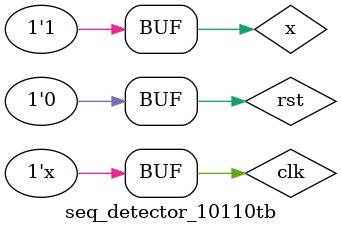
<source format=v>
`timescale 1ns / 1ps
module seq_detector_10110tb;
    reg x,clk,rst;
    wire y;
    seq_detector_10110 uut( .x(x),.clk(clk),.rst(rst),.y(y));
    always #5 clk=~clk;
    initial begin
        clk=0;
        rst=1;
        #3 rst=0;
        x=0;
        #10 x=1;
        #10 x=0;
        #10 x=1;
        #10 x=1;
        #10 x=0;
        #10 x=1;
        #10 x=1;
        #10 x=0;
        #10 x=1;
        #10 x=1;
        #10 x=1;
        #10 x=1;
        #10 x=1;        
    end
endmodule

</source>
